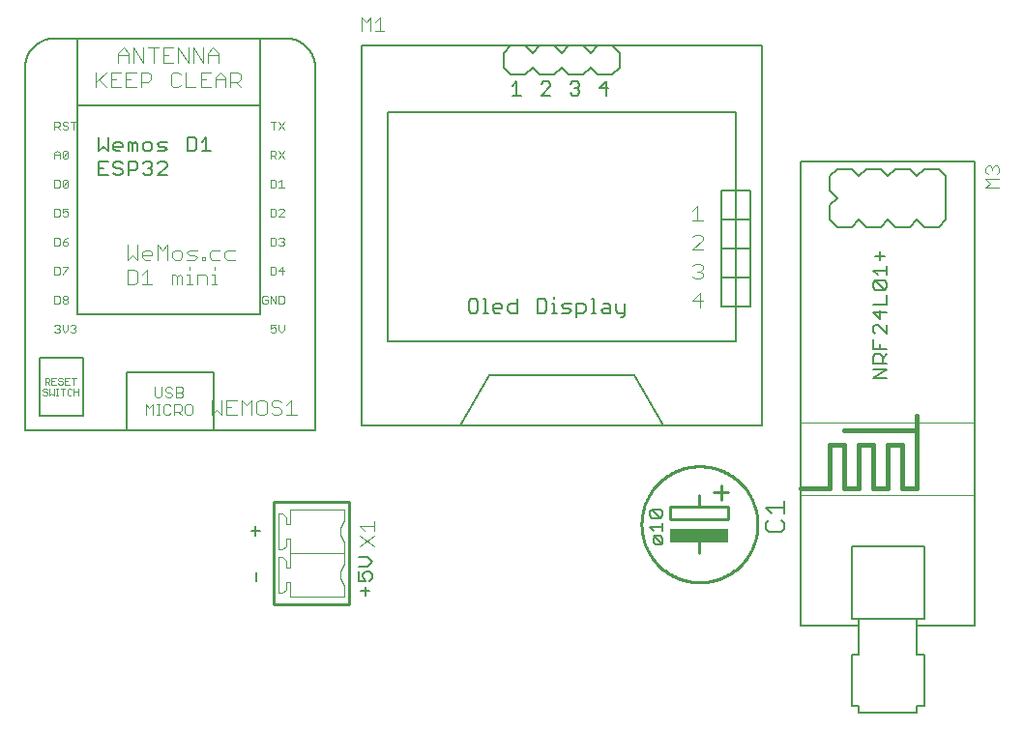
<source format=gto>
G75*
%MOIN*%
%OFA0B0*%
%FSLAX25Y25*%
%IPPOS*%
%LPD*%
%AMOC8*
5,1,8,0,0,1.08239X$1,22.5*
%
%ADD10C,0.00800*%
%ADD11C,0.01575*%
%ADD12C,0.00394*%
%ADD13C,0.00400*%
%ADD14C,0.00500*%
%ADD15C,0.00200*%
%ADD16C,0.00300*%
%ADD17C,0.01000*%
%ADD18C,0.00984*%
%ADD19C,0.00700*%
%ADD20C,0.00600*%
%ADD21R,0.20000X0.05000*%
%ADD22C,0.00983*%
D10*
X0126529Y0046650D02*
X0126529Y0049794D01*
X0126259Y0062436D02*
X0126259Y0065580D01*
X0124687Y0064008D02*
X0127831Y0064008D01*
X0161672Y0054944D02*
X0164815Y0054944D01*
X0166387Y0053372D01*
X0164815Y0051800D01*
X0161672Y0051800D01*
X0161672Y0049869D02*
X0161672Y0046725D01*
X0164029Y0046725D01*
X0163244Y0048297D01*
X0163244Y0049083D01*
X0164029Y0049869D01*
X0165601Y0049869D01*
X0166387Y0049083D01*
X0166387Y0047511D01*
X0165601Y0046725D01*
X0164029Y0044794D02*
X0164029Y0041650D01*
X0162458Y0043222D02*
X0165601Y0043222D01*
X0111787Y0098750D02*
X0081787Y0098750D01*
X0081787Y0118750D01*
X0111787Y0118750D01*
X0111787Y0098750D01*
X0066787Y0103750D02*
X0066787Y0123750D01*
X0051787Y0123750D01*
X0051787Y0103750D01*
X0066787Y0103750D01*
X0199687Y0139936D02*
X0200473Y0139150D01*
X0202045Y0139150D01*
X0202831Y0139936D01*
X0202831Y0143080D01*
X0202045Y0143866D01*
X0200473Y0143866D01*
X0199687Y0143080D01*
X0199687Y0139936D01*
X0204763Y0139150D02*
X0206335Y0139150D01*
X0205549Y0139150D02*
X0205549Y0143866D01*
X0204763Y0143866D01*
X0208146Y0141508D02*
X0208932Y0142294D01*
X0210504Y0142294D01*
X0211290Y0141508D01*
X0211290Y0140722D01*
X0208146Y0140722D01*
X0208146Y0139936D02*
X0208146Y0141508D01*
X0208146Y0139936D02*
X0208932Y0139150D01*
X0210504Y0139150D01*
X0213221Y0139936D02*
X0213221Y0141508D01*
X0214007Y0142294D01*
X0216365Y0142294D01*
X0216365Y0143866D02*
X0216365Y0139150D01*
X0214007Y0139150D01*
X0213221Y0139936D01*
X0223372Y0139150D02*
X0225730Y0139150D01*
X0226516Y0139936D01*
X0226516Y0143080D01*
X0225730Y0143866D01*
X0223372Y0143866D01*
X0223372Y0139150D01*
X0228447Y0139150D02*
X0230019Y0139150D01*
X0229233Y0139150D02*
X0229233Y0142294D01*
X0228447Y0142294D01*
X0229233Y0143866D02*
X0229233Y0144652D01*
X0231830Y0141508D02*
X0232616Y0142294D01*
X0234974Y0142294D01*
X0234188Y0140722D02*
X0232616Y0140722D01*
X0231830Y0141508D01*
X0231830Y0139150D02*
X0234188Y0139150D01*
X0234974Y0139936D01*
X0234188Y0140722D01*
X0236906Y0142294D02*
X0236906Y0137578D01*
X0236906Y0139150D02*
X0239263Y0139150D01*
X0240049Y0139936D01*
X0240049Y0141508D01*
X0239263Y0142294D01*
X0236906Y0142294D01*
X0241981Y0143866D02*
X0242767Y0143866D01*
X0242767Y0139150D01*
X0241981Y0139150D02*
X0243553Y0139150D01*
X0245364Y0139936D02*
X0246150Y0140722D01*
X0248508Y0140722D01*
X0248508Y0141508D02*
X0248508Y0139150D01*
X0246150Y0139150D01*
X0245364Y0139936D01*
X0246150Y0142294D02*
X0247722Y0142294D01*
X0248508Y0141508D01*
X0250439Y0142294D02*
X0250439Y0139936D01*
X0251225Y0139150D01*
X0253583Y0139150D01*
X0253583Y0138364D02*
X0252797Y0137578D01*
X0252011Y0137578D01*
X0253583Y0138364D02*
X0253583Y0142294D01*
X0286787Y0141250D02*
X0286787Y0151250D01*
X0296787Y0151250D01*
X0296787Y0141250D01*
X0286787Y0141250D01*
X0286787Y0151250D02*
X0286787Y0161250D01*
X0296787Y0161250D01*
X0296787Y0151250D01*
X0286787Y0151250D01*
X0286787Y0161250D02*
X0286787Y0171250D01*
X0296787Y0171250D01*
X0296787Y0161250D01*
X0286787Y0161250D01*
X0286787Y0171250D02*
X0286787Y0181250D01*
X0296787Y0181250D01*
X0296787Y0171250D01*
X0286787Y0171250D01*
X0339958Y0158824D02*
X0343101Y0158824D01*
X0341529Y0160395D02*
X0341529Y0157252D01*
X0343887Y0155320D02*
X0343887Y0152176D01*
X0343887Y0153748D02*
X0339172Y0153748D01*
X0340744Y0152176D01*
X0339958Y0150245D02*
X0343101Y0147101D01*
X0343887Y0147887D01*
X0343887Y0149459D01*
X0343101Y0150245D01*
X0339958Y0150245D01*
X0339172Y0149459D01*
X0339172Y0147887D01*
X0339958Y0147101D01*
X0343101Y0147101D01*
X0343887Y0145170D02*
X0343887Y0142026D01*
X0339172Y0142026D01*
X0339172Y0139309D02*
X0341529Y0136951D01*
X0341529Y0140095D01*
X0339172Y0139309D02*
X0343887Y0139309D01*
X0343887Y0135019D02*
X0343887Y0131876D01*
X0340744Y0135019D01*
X0339958Y0135019D01*
X0339172Y0134234D01*
X0339172Y0132662D01*
X0339958Y0131876D01*
X0339172Y0129944D02*
X0339172Y0126800D01*
X0343887Y0126800D01*
X0343887Y0124869D02*
X0342315Y0123297D01*
X0342315Y0124083D02*
X0342315Y0121725D01*
X0343887Y0121725D02*
X0339172Y0121725D01*
X0339172Y0124083D01*
X0339958Y0124869D01*
X0341529Y0124869D01*
X0342315Y0124083D01*
X0341529Y0126800D02*
X0341529Y0128372D01*
X0339172Y0119794D02*
X0343887Y0119794D01*
X0339172Y0116650D01*
X0343887Y0116650D01*
X0247045Y0214150D02*
X0247045Y0218866D01*
X0244687Y0216508D01*
X0247831Y0216508D01*
X0237831Y0217294D02*
X0237045Y0216508D01*
X0237831Y0215722D01*
X0237831Y0214936D01*
X0237045Y0214150D01*
X0235473Y0214150D01*
X0234687Y0214936D01*
X0236259Y0216508D02*
X0237045Y0216508D01*
X0237831Y0217294D02*
X0237831Y0218080D01*
X0237045Y0218866D01*
X0235473Y0218866D01*
X0234687Y0218080D01*
X0227831Y0218080D02*
X0227045Y0218866D01*
X0225473Y0218866D01*
X0224687Y0218080D01*
X0227831Y0218080D02*
X0227831Y0217294D01*
X0224687Y0214150D01*
X0227831Y0214150D01*
X0217831Y0214150D02*
X0214687Y0214150D01*
X0216259Y0214150D02*
X0216259Y0218866D01*
X0214687Y0217294D01*
X0110858Y0194918D02*
X0107714Y0194918D01*
X0109286Y0194918D02*
X0109286Y0199634D01*
X0107714Y0198062D01*
X0105782Y0198848D02*
X0105782Y0195704D01*
X0104996Y0194918D01*
X0102639Y0194918D01*
X0102639Y0199634D01*
X0104996Y0199634D01*
X0105782Y0198848D01*
X0095632Y0198062D02*
X0093274Y0198062D01*
X0092488Y0197276D01*
X0093274Y0196490D01*
X0094846Y0196490D01*
X0095632Y0195704D01*
X0094846Y0194918D01*
X0092488Y0194918D01*
X0090557Y0195704D02*
X0090557Y0197276D01*
X0089771Y0198062D01*
X0088199Y0198062D01*
X0087413Y0197276D01*
X0087413Y0195704D01*
X0088199Y0194918D01*
X0089771Y0194918D01*
X0090557Y0195704D01*
X0089771Y0191366D02*
X0090557Y0190580D01*
X0090557Y0189794D01*
X0089771Y0189008D01*
X0090557Y0188222D01*
X0090557Y0187436D01*
X0089771Y0186650D01*
X0088199Y0186650D01*
X0087413Y0187436D01*
X0088985Y0189008D02*
X0089771Y0189008D01*
X0089771Y0191366D02*
X0088199Y0191366D01*
X0087413Y0190580D01*
X0085482Y0190580D02*
X0084696Y0191366D01*
X0082338Y0191366D01*
X0082338Y0186650D01*
X0082338Y0188222D02*
X0084696Y0188222D01*
X0085482Y0189008D01*
X0085482Y0190580D01*
X0080406Y0190580D02*
X0079621Y0191366D01*
X0078049Y0191366D01*
X0077263Y0190580D01*
X0077263Y0189794D01*
X0078049Y0189008D01*
X0079621Y0189008D01*
X0080406Y0188222D01*
X0080406Y0187436D01*
X0079621Y0186650D01*
X0078049Y0186650D01*
X0077263Y0187436D01*
X0075331Y0186650D02*
X0072187Y0186650D01*
X0072187Y0191366D01*
X0075331Y0191366D01*
X0073759Y0189008D02*
X0072187Y0189008D01*
X0072187Y0194918D02*
X0073759Y0196490D01*
X0075331Y0194918D01*
X0075331Y0199634D01*
X0077263Y0197276D02*
X0078049Y0198062D01*
X0079621Y0198062D01*
X0080406Y0197276D01*
X0080406Y0196490D01*
X0077263Y0196490D01*
X0077263Y0195704D02*
X0077263Y0197276D01*
X0077263Y0195704D02*
X0078049Y0194918D01*
X0079621Y0194918D01*
X0082338Y0194918D02*
X0082338Y0198062D01*
X0083124Y0198062D01*
X0083910Y0197276D01*
X0084696Y0198062D01*
X0085482Y0197276D01*
X0085482Y0194918D01*
X0083910Y0194918D02*
X0083910Y0197276D01*
X0092488Y0190580D02*
X0093274Y0191366D01*
X0094846Y0191366D01*
X0095632Y0190580D01*
X0095632Y0189794D01*
X0092488Y0186650D01*
X0095632Y0186650D01*
X0072187Y0194918D02*
X0072187Y0199634D01*
D11*
X0314287Y0078750D02*
X0324287Y0078750D01*
X0324287Y0093750D01*
X0329287Y0093750D01*
X0329287Y0078750D01*
X0334287Y0078750D01*
X0334287Y0093750D01*
X0339287Y0093750D01*
X0339287Y0078750D01*
X0344287Y0078750D01*
X0344287Y0093750D01*
X0349287Y0093750D01*
X0349287Y0078750D01*
X0354287Y0078750D01*
X0354287Y0098750D01*
X0329287Y0098750D01*
X0354287Y0098750D02*
X0354287Y0103750D01*
D12*
X0374287Y0101250D02*
X0314287Y0101250D01*
X0314287Y0076250D02*
X0374287Y0076250D01*
X0156787Y0071250D02*
X0156787Y0067500D01*
X0155537Y0065000D01*
X0155537Y0062500D01*
X0156787Y0060000D01*
X0156787Y0056250D01*
X0156787Y0052500D01*
X0155537Y0050000D01*
X0155537Y0047500D01*
X0156787Y0045000D01*
X0156787Y0041250D01*
X0138037Y0041250D01*
X0138037Y0046250D01*
X0136787Y0046250D01*
X0136787Y0043750D01*
X0135537Y0042500D01*
X0134287Y0042500D01*
X0134287Y0055000D01*
X0135537Y0055000D01*
X0136787Y0053750D01*
X0136787Y0051250D01*
X0138037Y0051250D01*
X0138037Y0056250D01*
X0138037Y0061250D01*
X0136787Y0061250D01*
X0136787Y0058750D01*
X0135537Y0057500D01*
X0134287Y0057500D01*
X0134287Y0070000D01*
X0135537Y0070000D01*
X0136787Y0068750D01*
X0136787Y0066250D01*
X0138037Y0066250D01*
X0138037Y0071250D01*
X0156787Y0071250D01*
X0156787Y0056250D02*
X0138037Y0056250D01*
D13*
X0161983Y0058800D02*
X0167099Y0062210D01*
X0167099Y0063875D02*
X0167099Y0067286D01*
X0167099Y0065580D02*
X0161983Y0065580D01*
X0163688Y0063875D01*
X0161983Y0062210D02*
X0167099Y0058800D01*
X0140301Y0103950D02*
X0136831Y0103950D01*
X0138566Y0103950D02*
X0138566Y0109154D01*
X0136831Y0107420D01*
X0135144Y0108287D02*
X0134277Y0109154D01*
X0132542Y0109154D01*
X0131675Y0108287D01*
X0131675Y0107420D01*
X0132542Y0106552D01*
X0134277Y0106552D01*
X0135144Y0105685D01*
X0135144Y0104817D01*
X0134277Y0103950D01*
X0132542Y0103950D01*
X0131675Y0104817D01*
X0129988Y0104817D02*
X0129988Y0108287D01*
X0129120Y0109154D01*
X0127386Y0109154D01*
X0126518Y0108287D01*
X0126518Y0104817D01*
X0127386Y0103950D01*
X0129120Y0103950D01*
X0129988Y0104817D01*
X0124831Y0103950D02*
X0124831Y0109154D01*
X0123097Y0107420D01*
X0121362Y0109154D01*
X0121362Y0103950D01*
X0119675Y0103950D02*
X0116205Y0103950D01*
X0116205Y0109154D01*
X0119675Y0109154D01*
X0114519Y0109154D02*
X0114519Y0103950D01*
X0112784Y0105685D01*
X0111049Y0103950D01*
X0111049Y0109154D01*
X0116205Y0106552D02*
X0117940Y0106552D01*
X0112942Y0148950D02*
X0111207Y0148950D01*
X0112074Y0148950D02*
X0112074Y0152420D01*
X0111207Y0152420D01*
X0109520Y0151552D02*
X0109520Y0148950D01*
X0109520Y0151552D02*
X0108653Y0152420D01*
X0106051Y0152420D01*
X0106051Y0148950D01*
X0104348Y0148950D02*
X0102613Y0148950D01*
X0103480Y0148950D02*
X0103480Y0152420D01*
X0102613Y0152420D01*
X0100926Y0151552D02*
X0100926Y0148950D01*
X0099191Y0148950D02*
X0099191Y0151552D01*
X0100059Y0152420D01*
X0100926Y0151552D01*
X0099191Y0151552D02*
X0098324Y0152420D01*
X0097457Y0152420D01*
X0097457Y0148950D01*
X0090613Y0148950D02*
X0087144Y0148950D01*
X0088879Y0148950D02*
X0088879Y0154154D01*
X0087144Y0152420D01*
X0085457Y0153287D02*
X0085457Y0149817D01*
X0084590Y0148950D01*
X0081987Y0148950D01*
X0081987Y0154154D01*
X0084590Y0154154D01*
X0085457Y0153287D01*
X0085457Y0157350D02*
X0085457Y0162554D01*
X0088011Y0160820D02*
X0089746Y0160820D01*
X0090613Y0159952D01*
X0090613Y0159085D01*
X0087144Y0159085D01*
X0087144Y0159952D02*
X0088011Y0160820D01*
X0087144Y0159952D02*
X0087144Y0158217D01*
X0088011Y0157350D01*
X0089746Y0157350D01*
X0092300Y0157350D02*
X0092300Y0162554D01*
X0094035Y0160820D01*
X0095770Y0162554D01*
X0095770Y0157350D01*
X0097457Y0158217D02*
X0098324Y0157350D01*
X0100059Y0157350D01*
X0100926Y0158217D01*
X0100926Y0159952D01*
X0100059Y0160820D01*
X0098324Y0160820D01*
X0097457Y0159952D01*
X0097457Y0158217D01*
X0102613Y0157350D02*
X0105215Y0157350D01*
X0106083Y0158217D01*
X0105215Y0159085D01*
X0103480Y0159085D01*
X0102613Y0159952D01*
X0103480Y0160820D01*
X0106083Y0160820D01*
X0107769Y0158217D02*
X0108637Y0158217D01*
X0108637Y0157350D01*
X0107769Y0157350D01*
X0107769Y0158217D01*
X0110348Y0158217D02*
X0111215Y0157350D01*
X0113817Y0157350D01*
X0115504Y0158217D02*
X0116371Y0157350D01*
X0118974Y0157350D01*
X0118974Y0160820D02*
X0116371Y0160820D01*
X0115504Y0159952D01*
X0115504Y0158217D01*
X0113817Y0160820D02*
X0111215Y0160820D01*
X0110348Y0159952D01*
X0110348Y0158217D01*
X0112074Y0155022D02*
X0112074Y0154154D01*
X0103480Y0154154D02*
X0103480Y0155022D01*
X0085457Y0157350D02*
X0083722Y0159085D01*
X0081987Y0157350D01*
X0081987Y0162554D01*
X0081518Y0216950D02*
X0084988Y0216950D01*
X0086675Y0216950D02*
X0086675Y0222154D01*
X0089277Y0222154D01*
X0090144Y0221287D01*
X0090144Y0219552D01*
X0089277Y0218685D01*
X0086675Y0218685D01*
X0083253Y0219552D02*
X0081518Y0219552D01*
X0081518Y0222154D02*
X0081518Y0216950D01*
X0079831Y0216950D02*
X0076362Y0216950D01*
X0076362Y0222154D01*
X0079831Y0222154D01*
X0081518Y0222154D02*
X0084988Y0222154D01*
X0084096Y0225350D02*
X0084096Y0230554D01*
X0087566Y0225350D01*
X0087566Y0230554D01*
X0089253Y0230554D02*
X0092722Y0230554D01*
X0094409Y0230554D02*
X0094409Y0225350D01*
X0097879Y0225350D01*
X0099566Y0225350D02*
X0099566Y0230554D01*
X0103035Y0225350D01*
X0103035Y0230554D01*
X0104722Y0230554D02*
X0108192Y0225350D01*
X0108192Y0230554D01*
X0109878Y0228820D02*
X0111613Y0230554D01*
X0113348Y0228820D01*
X0113348Y0225350D01*
X0113348Y0227952D02*
X0109878Y0227952D01*
X0109878Y0228820D02*
X0109878Y0225350D01*
X0110770Y0222154D02*
X0107300Y0222154D01*
X0107300Y0216950D01*
X0110770Y0216950D01*
X0112457Y0216950D02*
X0112457Y0220420D01*
X0114191Y0222154D01*
X0115926Y0220420D01*
X0115926Y0216950D01*
X0117613Y0216950D02*
X0117613Y0222154D01*
X0120215Y0222154D01*
X0121083Y0221287D01*
X0121083Y0219552D01*
X0120215Y0218685D01*
X0117613Y0218685D01*
X0119348Y0218685D02*
X0121083Y0216950D01*
X0115926Y0219552D02*
X0112457Y0219552D01*
X0109035Y0219552D02*
X0107300Y0219552D01*
X0105613Y0216950D02*
X0102144Y0216950D01*
X0102144Y0222154D01*
X0100457Y0221287D02*
X0099590Y0222154D01*
X0097855Y0222154D01*
X0096987Y0221287D01*
X0096987Y0217817D01*
X0097855Y0216950D01*
X0099590Y0216950D01*
X0100457Y0217817D01*
X0104722Y0225350D02*
X0104722Y0230554D01*
X0097879Y0230554D02*
X0094409Y0230554D01*
X0094409Y0227952D02*
X0096144Y0227952D01*
X0090988Y0225350D02*
X0090988Y0230554D01*
X0082410Y0228820D02*
X0082410Y0225350D01*
X0082410Y0227952D02*
X0078940Y0227952D01*
X0078940Y0228820D02*
X0078940Y0225350D01*
X0074675Y0222154D02*
X0071205Y0218685D01*
X0072073Y0219552D02*
X0074675Y0216950D01*
X0076362Y0219552D02*
X0078097Y0219552D01*
X0071205Y0222154D02*
X0071205Y0216950D01*
X0078940Y0228820D02*
X0080675Y0230554D01*
X0082410Y0228820D01*
X0162889Y0236270D02*
X0162889Y0240874D01*
X0164424Y0239339D01*
X0165958Y0240874D01*
X0165958Y0236270D01*
X0167493Y0236270D02*
X0170562Y0236270D01*
X0169027Y0236270D02*
X0169027Y0240874D01*
X0167493Y0239339D01*
X0276831Y0174320D02*
X0278566Y0176054D01*
X0278566Y0170850D01*
X0276831Y0170850D02*
X0280301Y0170850D01*
X0279433Y0166054D02*
X0277698Y0166054D01*
X0276831Y0165187D01*
X0279433Y0166054D02*
X0280301Y0165187D01*
X0280301Y0164320D01*
X0276831Y0160850D01*
X0280301Y0160850D01*
X0279433Y0156054D02*
X0280301Y0155187D01*
X0280301Y0154320D01*
X0279433Y0153452D01*
X0280301Y0152585D01*
X0280301Y0151717D01*
X0279433Y0150850D01*
X0277698Y0150850D01*
X0276831Y0151717D01*
X0278566Y0153452D02*
X0279433Y0153452D01*
X0279433Y0156054D02*
X0277698Y0156054D01*
X0276831Y0155187D01*
X0279433Y0146054D02*
X0276831Y0143452D01*
X0280301Y0143452D01*
X0279433Y0140850D02*
X0279433Y0146054D01*
X0377909Y0182242D02*
X0379443Y0183777D01*
X0377909Y0185311D01*
X0382513Y0185311D01*
X0381745Y0186846D02*
X0382513Y0187613D01*
X0382513Y0189148D01*
X0381745Y0189915D01*
X0380978Y0189915D01*
X0380211Y0189148D01*
X0380211Y0188381D01*
X0380211Y0189148D02*
X0379443Y0189915D01*
X0378676Y0189915D01*
X0377909Y0189148D01*
X0377909Y0187613D01*
X0378676Y0186846D01*
X0377909Y0182242D02*
X0382513Y0182242D01*
D14*
X0374287Y0191250D02*
X0314287Y0191250D01*
X0314287Y0031250D01*
X0334287Y0031250D01*
X0334287Y0021250D01*
X0331787Y0021250D01*
X0331787Y0003750D01*
X0334287Y0003750D01*
X0334287Y0001250D01*
X0354287Y0001250D01*
X0354287Y0003750D01*
X0356787Y0003750D01*
X0356787Y0021250D01*
X0354287Y0021250D01*
X0354287Y0031250D01*
X0374287Y0031250D01*
X0374287Y0191250D01*
X0364287Y0186250D02*
X0364287Y0171250D01*
X0361787Y0168750D01*
X0356787Y0168750D01*
X0354287Y0171250D01*
X0351787Y0168750D01*
X0346787Y0168750D01*
X0344287Y0171250D01*
X0341787Y0168750D01*
X0336787Y0168750D01*
X0334287Y0171250D01*
X0331787Y0168750D01*
X0326787Y0168750D01*
X0324287Y0171250D01*
X0324287Y0176250D01*
X0326787Y0178750D01*
X0324287Y0181250D01*
X0324287Y0186250D01*
X0326787Y0188750D01*
X0331787Y0188750D01*
X0334287Y0186250D01*
X0336787Y0188750D01*
X0341787Y0188750D01*
X0344287Y0186250D01*
X0346787Y0188750D01*
X0351787Y0188750D01*
X0354287Y0186250D01*
X0356787Y0188750D01*
X0361787Y0188750D01*
X0364287Y0186250D01*
X0291787Y0208250D02*
X0291787Y0129250D01*
X0171787Y0129250D01*
X0171787Y0208250D01*
X0291787Y0208250D01*
X0300787Y0231250D02*
X0300787Y0100187D01*
X0266787Y0100187D01*
X0256787Y0117687D01*
X0206787Y0117687D01*
X0196787Y0100187D01*
X0162787Y0100187D01*
X0162787Y0231250D01*
X0300787Y0231250D01*
X0251787Y0228750D02*
X0251787Y0223750D01*
X0249287Y0221250D01*
X0244287Y0221250D01*
X0241787Y0223750D01*
X0239287Y0221250D01*
X0234287Y0221250D01*
X0231787Y0223750D01*
X0229287Y0221250D01*
X0224287Y0221250D01*
X0221787Y0223750D01*
X0219287Y0221250D01*
X0214287Y0221250D01*
X0211787Y0223750D01*
X0211787Y0228750D01*
X0214287Y0231250D01*
X0219287Y0231250D02*
X0221787Y0228750D01*
X0224287Y0231250D01*
X0229287Y0231250D02*
X0231787Y0228750D01*
X0234287Y0231250D01*
X0239287Y0231250D02*
X0241787Y0228750D01*
X0244287Y0231250D01*
X0249287Y0231250D02*
X0251787Y0228750D01*
X0146787Y0223750D02*
X0146787Y0098750D01*
X0046787Y0098750D01*
X0046787Y0223750D01*
X0046790Y0223992D01*
X0046799Y0224233D01*
X0046813Y0224474D01*
X0046834Y0224715D01*
X0046860Y0224955D01*
X0046892Y0225195D01*
X0046930Y0225434D01*
X0046973Y0225671D01*
X0047023Y0225908D01*
X0047078Y0226143D01*
X0047138Y0226377D01*
X0047205Y0226609D01*
X0047276Y0226840D01*
X0047354Y0227069D01*
X0047437Y0227296D01*
X0047525Y0227521D01*
X0047619Y0227744D01*
X0047718Y0227964D01*
X0047823Y0228182D01*
X0047932Y0228397D01*
X0048047Y0228610D01*
X0048167Y0228820D01*
X0048292Y0229026D01*
X0048422Y0229230D01*
X0048557Y0229431D01*
X0048697Y0229628D01*
X0048841Y0229822D01*
X0048990Y0230012D01*
X0049144Y0230198D01*
X0049302Y0230381D01*
X0049464Y0230560D01*
X0049631Y0230735D01*
X0049802Y0230906D01*
X0049977Y0231073D01*
X0050156Y0231235D01*
X0050339Y0231393D01*
X0050525Y0231547D01*
X0050715Y0231696D01*
X0050909Y0231840D01*
X0051106Y0231980D01*
X0051307Y0232115D01*
X0051511Y0232245D01*
X0051717Y0232370D01*
X0051927Y0232490D01*
X0052140Y0232605D01*
X0052355Y0232714D01*
X0052573Y0232819D01*
X0052793Y0232918D01*
X0053016Y0233012D01*
X0053241Y0233100D01*
X0053468Y0233183D01*
X0053697Y0233261D01*
X0053928Y0233332D01*
X0054160Y0233399D01*
X0054394Y0233459D01*
X0054629Y0233514D01*
X0054866Y0233564D01*
X0055103Y0233607D01*
X0055342Y0233645D01*
X0055582Y0233677D01*
X0055822Y0233703D01*
X0056063Y0233724D01*
X0056304Y0233738D01*
X0056545Y0233747D01*
X0056787Y0233750D01*
X0136787Y0233750D01*
X0127890Y0233656D02*
X0064898Y0233656D01*
X0064898Y0210821D01*
X0127890Y0210821D01*
X0127890Y0233656D01*
X0136787Y0233750D02*
X0137029Y0233747D01*
X0137270Y0233738D01*
X0137511Y0233724D01*
X0137752Y0233703D01*
X0137992Y0233677D01*
X0138232Y0233645D01*
X0138471Y0233607D01*
X0138708Y0233564D01*
X0138945Y0233514D01*
X0139180Y0233459D01*
X0139414Y0233399D01*
X0139646Y0233332D01*
X0139877Y0233261D01*
X0140106Y0233183D01*
X0140333Y0233100D01*
X0140558Y0233012D01*
X0140781Y0232918D01*
X0141001Y0232819D01*
X0141219Y0232714D01*
X0141434Y0232605D01*
X0141647Y0232490D01*
X0141857Y0232370D01*
X0142063Y0232245D01*
X0142267Y0232115D01*
X0142468Y0231980D01*
X0142665Y0231840D01*
X0142859Y0231696D01*
X0143049Y0231547D01*
X0143235Y0231393D01*
X0143418Y0231235D01*
X0143597Y0231073D01*
X0143772Y0230906D01*
X0143943Y0230735D01*
X0144110Y0230560D01*
X0144272Y0230381D01*
X0144430Y0230198D01*
X0144584Y0230012D01*
X0144733Y0229822D01*
X0144877Y0229628D01*
X0145017Y0229431D01*
X0145152Y0229230D01*
X0145282Y0229026D01*
X0145407Y0228820D01*
X0145527Y0228610D01*
X0145642Y0228397D01*
X0145751Y0228182D01*
X0145856Y0227964D01*
X0145955Y0227744D01*
X0146049Y0227521D01*
X0146137Y0227296D01*
X0146220Y0227069D01*
X0146298Y0226840D01*
X0146369Y0226609D01*
X0146436Y0226377D01*
X0146496Y0226143D01*
X0146551Y0225908D01*
X0146601Y0225671D01*
X0146644Y0225434D01*
X0146682Y0225195D01*
X0146714Y0224955D01*
X0146740Y0224715D01*
X0146761Y0224474D01*
X0146775Y0224233D01*
X0146784Y0223992D01*
X0146787Y0223750D01*
X0127887Y0210850D02*
X0127887Y0138750D01*
X0127787Y0138750D02*
X0064887Y0138750D01*
X0064887Y0210850D01*
X0127787Y0210850D02*
X0127887Y0210850D01*
X0196787Y0100187D02*
X0266787Y0100187D01*
X0331787Y0058750D02*
X0356787Y0058750D01*
X0356787Y0033750D01*
X0354287Y0033750D01*
X0354287Y0031250D01*
X0354287Y0033750D02*
X0334287Y0033750D01*
X0334287Y0031250D01*
X0334287Y0033750D02*
X0331787Y0033750D01*
X0331787Y0058750D01*
D15*
X0135993Y0133284D02*
X0135993Y0135152D01*
X0135993Y0133284D02*
X0135059Y0132350D01*
X0134125Y0133284D01*
X0134125Y0135152D01*
X0133231Y0135152D02*
X0131363Y0135152D01*
X0131363Y0133751D01*
X0132297Y0134218D01*
X0132764Y0134218D01*
X0133231Y0133751D01*
X0133231Y0132817D01*
X0132764Y0132350D01*
X0131830Y0132350D01*
X0131363Y0132817D01*
X0131363Y0142350D02*
X0131363Y0145152D01*
X0133231Y0142350D01*
X0133231Y0145152D01*
X0134125Y0145152D02*
X0135526Y0145152D01*
X0135993Y0144685D01*
X0135993Y0142817D01*
X0135526Y0142350D01*
X0134125Y0142350D01*
X0134125Y0145152D01*
X0130469Y0144685D02*
X0130002Y0145152D01*
X0129067Y0145152D01*
X0128600Y0144685D01*
X0128600Y0142817D01*
X0129067Y0142350D01*
X0130002Y0142350D01*
X0130469Y0142817D01*
X0130469Y0143751D01*
X0129534Y0143751D01*
X0131363Y0152350D02*
X0132764Y0152350D01*
X0133231Y0152817D01*
X0133231Y0154685D01*
X0132764Y0155152D01*
X0131363Y0155152D01*
X0131363Y0152350D01*
X0134125Y0153751D02*
X0135526Y0155152D01*
X0135526Y0152350D01*
X0135993Y0153751D02*
X0134125Y0153751D01*
X0134592Y0162350D02*
X0134125Y0162817D01*
X0134592Y0162350D02*
X0135526Y0162350D01*
X0135993Y0162817D01*
X0135993Y0163284D01*
X0135526Y0163751D01*
X0135059Y0163751D01*
X0135526Y0163751D02*
X0135993Y0164218D01*
X0135993Y0164685D01*
X0135526Y0165152D01*
X0134592Y0165152D01*
X0134125Y0164685D01*
X0133231Y0164685D02*
X0132764Y0165152D01*
X0131363Y0165152D01*
X0131363Y0162350D01*
X0132764Y0162350D01*
X0133231Y0162817D01*
X0133231Y0164685D01*
X0132764Y0172350D02*
X0131363Y0172350D01*
X0131363Y0175152D01*
X0132764Y0175152D01*
X0133231Y0174685D01*
X0133231Y0172817D01*
X0132764Y0172350D01*
X0134125Y0172350D02*
X0135993Y0174218D01*
X0135993Y0174685D01*
X0135526Y0175152D01*
X0134592Y0175152D01*
X0134125Y0174685D01*
X0134125Y0172350D02*
X0135993Y0172350D01*
X0135993Y0182350D02*
X0134125Y0182350D01*
X0135059Y0182350D02*
X0135059Y0185152D01*
X0134125Y0184218D01*
X0133231Y0184685D02*
X0132764Y0185152D01*
X0131363Y0185152D01*
X0131363Y0182350D01*
X0132764Y0182350D01*
X0133231Y0182817D01*
X0133231Y0184685D01*
X0133231Y0192350D02*
X0132297Y0193284D01*
X0132764Y0193284D02*
X0131363Y0193284D01*
X0131363Y0192350D02*
X0131363Y0195152D01*
X0132764Y0195152D01*
X0133231Y0194685D01*
X0133231Y0193751D01*
X0132764Y0193284D01*
X0134125Y0192350D02*
X0135993Y0195152D01*
X0134125Y0195152D02*
X0135993Y0192350D01*
X0135993Y0202350D02*
X0134125Y0205152D01*
X0133231Y0205152D02*
X0131363Y0205152D01*
X0132297Y0205152D02*
X0132297Y0202350D01*
X0134125Y0202350D02*
X0135993Y0205152D01*
X0064280Y0205152D02*
X0062412Y0205152D01*
X0063346Y0205152D02*
X0063346Y0202350D01*
X0061518Y0202817D02*
X0061051Y0202350D01*
X0060117Y0202350D01*
X0059650Y0202817D01*
X0058756Y0202350D02*
X0057822Y0203284D01*
X0058289Y0203284D02*
X0056887Y0203284D01*
X0056887Y0202350D02*
X0056887Y0205152D01*
X0058289Y0205152D01*
X0058756Y0204685D01*
X0058756Y0203751D01*
X0058289Y0203284D01*
X0059650Y0204218D02*
X0060117Y0203751D01*
X0061051Y0203751D01*
X0061518Y0203284D01*
X0061518Y0202817D01*
X0061518Y0204685D02*
X0061051Y0205152D01*
X0060117Y0205152D01*
X0059650Y0204685D01*
X0059650Y0204218D01*
X0060117Y0195152D02*
X0061051Y0195152D01*
X0061518Y0194685D01*
X0059650Y0192817D01*
X0060117Y0192350D01*
X0061051Y0192350D01*
X0061518Y0192817D01*
X0061518Y0194685D01*
X0060117Y0195152D02*
X0059650Y0194685D01*
X0059650Y0192817D01*
X0058756Y0192350D02*
X0058756Y0194218D01*
X0057822Y0195152D01*
X0056887Y0194218D01*
X0056887Y0192350D01*
X0056887Y0193751D02*
X0058756Y0193751D01*
X0058289Y0185152D02*
X0056887Y0185152D01*
X0056887Y0182350D01*
X0058289Y0182350D01*
X0058756Y0182817D01*
X0058756Y0184685D01*
X0058289Y0185152D01*
X0059650Y0184685D02*
X0060117Y0185152D01*
X0061051Y0185152D01*
X0061518Y0184685D01*
X0059650Y0182817D01*
X0060117Y0182350D01*
X0061051Y0182350D01*
X0061518Y0182817D01*
X0061518Y0184685D01*
X0059650Y0184685D02*
X0059650Y0182817D01*
X0059650Y0175152D02*
X0059650Y0173751D01*
X0060584Y0174218D01*
X0061051Y0174218D01*
X0061518Y0173751D01*
X0061518Y0172817D01*
X0061051Y0172350D01*
X0060117Y0172350D01*
X0059650Y0172817D01*
X0058756Y0172817D02*
X0058756Y0174685D01*
X0058289Y0175152D01*
X0056887Y0175152D01*
X0056887Y0172350D01*
X0058289Y0172350D01*
X0058756Y0172817D01*
X0059650Y0175152D02*
X0061518Y0175152D01*
X0061518Y0165152D02*
X0060584Y0164685D01*
X0059650Y0163751D01*
X0061051Y0163751D01*
X0061518Y0163284D01*
X0061518Y0162817D01*
X0061051Y0162350D01*
X0060117Y0162350D01*
X0059650Y0162817D01*
X0059650Y0163751D01*
X0058756Y0162817D02*
X0058756Y0164685D01*
X0058289Y0165152D01*
X0056887Y0165152D01*
X0056887Y0162350D01*
X0058289Y0162350D01*
X0058756Y0162817D01*
X0058289Y0155152D02*
X0056887Y0155152D01*
X0056887Y0152350D01*
X0058289Y0152350D01*
X0058756Y0152817D01*
X0058756Y0154685D01*
X0058289Y0155152D01*
X0059650Y0155152D02*
X0061518Y0155152D01*
X0061518Y0154685D01*
X0059650Y0152817D01*
X0059650Y0152350D01*
X0060117Y0145152D02*
X0061051Y0145152D01*
X0061518Y0144685D01*
X0061518Y0144218D01*
X0061051Y0143751D01*
X0060117Y0143751D01*
X0059650Y0144218D01*
X0059650Y0144685D01*
X0060117Y0145152D01*
X0060117Y0143751D02*
X0059650Y0143284D01*
X0059650Y0142817D01*
X0060117Y0142350D01*
X0061051Y0142350D01*
X0061518Y0142817D01*
X0061518Y0143284D01*
X0061051Y0143751D01*
X0058756Y0142817D02*
X0058756Y0144685D01*
X0058289Y0145152D01*
X0056887Y0145152D01*
X0056887Y0142350D01*
X0058289Y0142350D01*
X0058756Y0142817D01*
X0058289Y0135152D02*
X0057354Y0135152D01*
X0056887Y0134685D01*
X0057822Y0133751D02*
X0058289Y0133751D01*
X0058756Y0133284D01*
X0058756Y0132817D01*
X0058289Y0132350D01*
X0057354Y0132350D01*
X0056887Y0132817D01*
X0058289Y0133751D02*
X0058756Y0134218D01*
X0058756Y0134685D01*
X0058289Y0135152D01*
X0059650Y0135152D02*
X0059650Y0133284D01*
X0060584Y0132350D01*
X0061518Y0133284D01*
X0061518Y0135152D01*
X0062412Y0134685D02*
X0062879Y0135152D01*
X0063813Y0135152D01*
X0064280Y0134685D01*
X0064280Y0134218D01*
X0063813Y0133751D01*
X0064280Y0133284D01*
X0064280Y0132817D01*
X0063813Y0132350D01*
X0062879Y0132350D01*
X0062412Y0132817D01*
X0063346Y0133751D02*
X0063813Y0133751D01*
X0063608Y0116777D02*
X0063608Y0114475D01*
X0063608Y0113027D02*
X0063608Y0110725D01*
X0062840Y0111109D02*
X0062457Y0110725D01*
X0061689Y0110725D01*
X0061306Y0111109D01*
X0061306Y0112643D01*
X0061689Y0113027D01*
X0062457Y0113027D01*
X0062840Y0112643D01*
X0063608Y0111876D02*
X0065142Y0111876D01*
X0065142Y0113027D02*
X0065142Y0110725D01*
X0060538Y0113027D02*
X0059004Y0113027D01*
X0059771Y0113027D02*
X0059771Y0110725D01*
X0058236Y0110725D02*
X0057469Y0110725D01*
X0057853Y0110725D02*
X0057853Y0113027D01*
X0058236Y0113027D02*
X0057469Y0113027D01*
X0056702Y0113027D02*
X0056702Y0110725D01*
X0055934Y0111492D01*
X0055167Y0110725D01*
X0055167Y0113027D01*
X0054400Y0112643D02*
X0054016Y0113027D01*
X0053249Y0113027D01*
X0052865Y0112643D01*
X0052865Y0112260D01*
X0053249Y0111876D01*
X0054016Y0111876D01*
X0054400Y0111492D01*
X0054400Y0111109D01*
X0054016Y0110725D01*
X0053249Y0110725D01*
X0052865Y0111109D01*
X0053632Y0114475D02*
X0053632Y0116777D01*
X0054783Y0116777D01*
X0055167Y0116393D01*
X0055167Y0115626D01*
X0054783Y0115242D01*
X0053632Y0115242D01*
X0054400Y0115242D02*
X0055167Y0114475D01*
X0055934Y0114475D02*
X0057469Y0114475D01*
X0058236Y0114859D02*
X0058620Y0114475D01*
X0059387Y0114475D01*
X0059771Y0114859D01*
X0059771Y0115242D01*
X0059387Y0115626D01*
X0058620Y0115626D01*
X0058236Y0116010D01*
X0058236Y0116393D01*
X0058620Y0116777D01*
X0059387Y0116777D01*
X0059771Y0116393D01*
X0060538Y0116777D02*
X0060538Y0114475D01*
X0062073Y0114475D01*
X0061306Y0115626D02*
X0060538Y0115626D01*
X0060538Y0116777D02*
X0062073Y0116777D01*
X0062840Y0116777D02*
X0064375Y0116777D01*
X0057469Y0116777D02*
X0055934Y0116777D01*
X0055934Y0114475D01*
X0055934Y0115626D02*
X0056702Y0115626D01*
D16*
X0088343Y0107603D02*
X0088343Y0103900D01*
X0090812Y0103900D02*
X0090812Y0107603D01*
X0089578Y0106369D01*
X0088343Y0107603D01*
X0092027Y0107603D02*
X0093261Y0107603D01*
X0092644Y0107603D02*
X0092644Y0103900D01*
X0092027Y0103900D02*
X0093261Y0103900D01*
X0094482Y0104517D02*
X0095099Y0103900D01*
X0096334Y0103900D01*
X0096951Y0104517D01*
X0098165Y0103900D02*
X0098165Y0107603D01*
X0100017Y0107603D01*
X0100634Y0106986D01*
X0100634Y0105752D01*
X0100017Y0105134D01*
X0098165Y0105134D01*
X0099399Y0105134D02*
X0100634Y0103900D01*
X0101848Y0104517D02*
X0102465Y0103900D01*
X0103700Y0103900D01*
X0104317Y0104517D01*
X0104317Y0106986D01*
X0103700Y0107603D01*
X0102465Y0107603D01*
X0101848Y0106986D01*
X0101848Y0104517D01*
X0096951Y0106986D02*
X0096334Y0107603D01*
X0095099Y0107603D01*
X0094482Y0106986D01*
X0094482Y0104517D01*
X0093264Y0109900D02*
X0093881Y0110517D01*
X0093881Y0113603D01*
X0095096Y0112986D02*
X0095096Y0112369D01*
X0095713Y0111752D01*
X0096947Y0111752D01*
X0097565Y0111134D01*
X0097565Y0110517D01*
X0096947Y0109900D01*
X0095713Y0109900D01*
X0095096Y0110517D01*
X0093264Y0109900D02*
X0092030Y0109900D01*
X0091413Y0110517D01*
X0091413Y0113603D01*
X0095096Y0112986D02*
X0095713Y0113603D01*
X0096947Y0113603D01*
X0097565Y0112986D01*
X0098779Y0113603D02*
X0100631Y0113603D01*
X0101248Y0112986D01*
X0101248Y0112369D01*
X0100631Y0111752D01*
X0098779Y0111752D01*
X0098779Y0113603D02*
X0098779Y0109900D01*
X0100631Y0109900D01*
X0101248Y0110517D01*
X0101248Y0111134D01*
X0100631Y0111752D01*
D17*
X0269287Y0072450D02*
X0269287Y0067950D01*
X0289287Y0067950D01*
X0289287Y0072450D01*
X0279287Y0072450D01*
X0269287Y0072450D01*
X0279287Y0072450D02*
X0279287Y0076250D01*
X0284287Y0077250D02*
X0289287Y0077250D01*
X0286787Y0074750D02*
X0286787Y0079750D01*
X0279287Y0063750D02*
X0279287Y0056250D01*
D18*
X0259287Y0066250D02*
X0259293Y0066741D01*
X0259311Y0067231D01*
X0259341Y0067721D01*
X0259383Y0068210D01*
X0259437Y0068698D01*
X0259503Y0069185D01*
X0259581Y0069669D01*
X0259671Y0070152D01*
X0259773Y0070632D01*
X0259886Y0071110D01*
X0260011Y0071584D01*
X0260148Y0072056D01*
X0260296Y0072524D01*
X0260456Y0072988D01*
X0260627Y0073448D01*
X0260809Y0073904D01*
X0261003Y0074355D01*
X0261207Y0074801D01*
X0261423Y0075242D01*
X0261649Y0075678D01*
X0261885Y0076108D01*
X0262132Y0076532D01*
X0262390Y0076950D01*
X0262658Y0077361D01*
X0262935Y0077766D01*
X0263223Y0078164D01*
X0263520Y0078555D01*
X0263827Y0078938D01*
X0264143Y0079313D01*
X0264468Y0079681D01*
X0264802Y0080041D01*
X0265145Y0080392D01*
X0265496Y0080735D01*
X0265856Y0081069D01*
X0266224Y0081394D01*
X0266599Y0081710D01*
X0266982Y0082017D01*
X0267373Y0082314D01*
X0267771Y0082602D01*
X0268176Y0082879D01*
X0268587Y0083147D01*
X0269005Y0083405D01*
X0269429Y0083652D01*
X0269859Y0083888D01*
X0270295Y0084114D01*
X0270736Y0084330D01*
X0271182Y0084534D01*
X0271633Y0084728D01*
X0272089Y0084910D01*
X0272549Y0085081D01*
X0273013Y0085241D01*
X0273481Y0085389D01*
X0273953Y0085526D01*
X0274427Y0085651D01*
X0274905Y0085764D01*
X0275385Y0085866D01*
X0275868Y0085956D01*
X0276352Y0086034D01*
X0276839Y0086100D01*
X0277327Y0086154D01*
X0277816Y0086196D01*
X0278306Y0086226D01*
X0278796Y0086244D01*
X0279287Y0086250D01*
X0279778Y0086244D01*
X0280268Y0086226D01*
X0280758Y0086196D01*
X0281247Y0086154D01*
X0281735Y0086100D01*
X0282222Y0086034D01*
X0282706Y0085956D01*
X0283189Y0085866D01*
X0283669Y0085764D01*
X0284147Y0085651D01*
X0284621Y0085526D01*
X0285093Y0085389D01*
X0285561Y0085241D01*
X0286025Y0085081D01*
X0286485Y0084910D01*
X0286941Y0084728D01*
X0287392Y0084534D01*
X0287838Y0084330D01*
X0288279Y0084114D01*
X0288715Y0083888D01*
X0289145Y0083652D01*
X0289569Y0083405D01*
X0289987Y0083147D01*
X0290398Y0082879D01*
X0290803Y0082602D01*
X0291201Y0082314D01*
X0291592Y0082017D01*
X0291975Y0081710D01*
X0292350Y0081394D01*
X0292718Y0081069D01*
X0293078Y0080735D01*
X0293429Y0080392D01*
X0293772Y0080041D01*
X0294106Y0079681D01*
X0294431Y0079313D01*
X0294747Y0078938D01*
X0295054Y0078555D01*
X0295351Y0078164D01*
X0295639Y0077766D01*
X0295916Y0077361D01*
X0296184Y0076950D01*
X0296442Y0076532D01*
X0296689Y0076108D01*
X0296925Y0075678D01*
X0297151Y0075242D01*
X0297367Y0074801D01*
X0297571Y0074355D01*
X0297765Y0073904D01*
X0297947Y0073448D01*
X0298118Y0072988D01*
X0298278Y0072524D01*
X0298426Y0072056D01*
X0298563Y0071584D01*
X0298688Y0071110D01*
X0298801Y0070632D01*
X0298903Y0070152D01*
X0298993Y0069669D01*
X0299071Y0069185D01*
X0299137Y0068698D01*
X0299191Y0068210D01*
X0299233Y0067721D01*
X0299263Y0067231D01*
X0299281Y0066741D01*
X0299287Y0066250D01*
X0299281Y0065759D01*
X0299263Y0065269D01*
X0299233Y0064779D01*
X0299191Y0064290D01*
X0299137Y0063802D01*
X0299071Y0063315D01*
X0298993Y0062831D01*
X0298903Y0062348D01*
X0298801Y0061868D01*
X0298688Y0061390D01*
X0298563Y0060916D01*
X0298426Y0060444D01*
X0298278Y0059976D01*
X0298118Y0059512D01*
X0297947Y0059052D01*
X0297765Y0058596D01*
X0297571Y0058145D01*
X0297367Y0057699D01*
X0297151Y0057258D01*
X0296925Y0056822D01*
X0296689Y0056392D01*
X0296442Y0055968D01*
X0296184Y0055550D01*
X0295916Y0055139D01*
X0295639Y0054734D01*
X0295351Y0054336D01*
X0295054Y0053945D01*
X0294747Y0053562D01*
X0294431Y0053187D01*
X0294106Y0052819D01*
X0293772Y0052459D01*
X0293429Y0052108D01*
X0293078Y0051765D01*
X0292718Y0051431D01*
X0292350Y0051106D01*
X0291975Y0050790D01*
X0291592Y0050483D01*
X0291201Y0050186D01*
X0290803Y0049898D01*
X0290398Y0049621D01*
X0289987Y0049353D01*
X0289569Y0049095D01*
X0289145Y0048848D01*
X0288715Y0048612D01*
X0288279Y0048386D01*
X0287838Y0048170D01*
X0287392Y0047966D01*
X0286941Y0047772D01*
X0286485Y0047590D01*
X0286025Y0047419D01*
X0285561Y0047259D01*
X0285093Y0047111D01*
X0284621Y0046974D01*
X0284147Y0046849D01*
X0283669Y0046736D01*
X0283189Y0046634D01*
X0282706Y0046544D01*
X0282222Y0046466D01*
X0281735Y0046400D01*
X0281247Y0046346D01*
X0280758Y0046304D01*
X0280268Y0046274D01*
X0279778Y0046256D01*
X0279287Y0046250D01*
X0278796Y0046256D01*
X0278306Y0046274D01*
X0277816Y0046304D01*
X0277327Y0046346D01*
X0276839Y0046400D01*
X0276352Y0046466D01*
X0275868Y0046544D01*
X0275385Y0046634D01*
X0274905Y0046736D01*
X0274427Y0046849D01*
X0273953Y0046974D01*
X0273481Y0047111D01*
X0273013Y0047259D01*
X0272549Y0047419D01*
X0272089Y0047590D01*
X0271633Y0047772D01*
X0271182Y0047966D01*
X0270736Y0048170D01*
X0270295Y0048386D01*
X0269859Y0048612D01*
X0269429Y0048848D01*
X0269005Y0049095D01*
X0268587Y0049353D01*
X0268176Y0049621D01*
X0267771Y0049898D01*
X0267373Y0050186D01*
X0266982Y0050483D01*
X0266599Y0050790D01*
X0266224Y0051106D01*
X0265856Y0051431D01*
X0265496Y0051765D01*
X0265145Y0052108D01*
X0264802Y0052459D01*
X0264468Y0052819D01*
X0264143Y0053187D01*
X0263827Y0053562D01*
X0263520Y0053945D01*
X0263223Y0054336D01*
X0262935Y0054734D01*
X0262658Y0055139D01*
X0262390Y0055550D01*
X0262132Y0055968D01*
X0261885Y0056392D01*
X0261649Y0056822D01*
X0261423Y0057258D01*
X0261207Y0057699D01*
X0261003Y0058145D01*
X0260809Y0058596D01*
X0260627Y0059052D01*
X0260456Y0059512D01*
X0260296Y0059976D01*
X0260148Y0060444D01*
X0260011Y0060916D01*
X0259886Y0061390D01*
X0259773Y0061868D01*
X0259671Y0062348D01*
X0259581Y0062831D01*
X0259503Y0063315D01*
X0259437Y0063802D01*
X0259383Y0064290D01*
X0259341Y0064779D01*
X0259311Y0065269D01*
X0259293Y0065759D01*
X0259287Y0066250D01*
D19*
X0302132Y0066762D02*
X0302132Y0064660D01*
X0303183Y0063609D01*
X0307387Y0063609D01*
X0308437Y0064660D01*
X0308437Y0066762D01*
X0307387Y0067813D01*
X0308437Y0070054D02*
X0308437Y0074258D01*
X0308437Y0072156D02*
X0302132Y0072156D01*
X0304234Y0070054D01*
X0303183Y0067813D02*
X0302132Y0066762D01*
D20*
X0266487Y0066778D02*
X0266487Y0063842D01*
X0266487Y0065310D02*
X0262084Y0065310D01*
X0263552Y0063842D01*
X0263552Y0062174D02*
X0266487Y0059238D01*
X0265753Y0059238D02*
X0266487Y0059972D01*
X0266487Y0061440D01*
X0265753Y0062174D01*
X0264286Y0062174D01*
X0263552Y0061440D01*
X0263552Y0059972D01*
X0264286Y0059238D01*
X0265753Y0059238D01*
X0265753Y0068446D02*
X0262818Y0068446D01*
X0262084Y0069180D01*
X0262084Y0070648D01*
X0262818Y0071382D01*
X0265753Y0068446D01*
X0266487Y0069180D01*
X0266487Y0070648D01*
X0265753Y0071382D01*
X0262818Y0071382D01*
D21*
X0279287Y0062450D03*
D22*
X0158598Y0073986D02*
X0158598Y0038514D01*
X0132476Y0038514D01*
X0132476Y0073986D01*
X0158598Y0073986D01*
M02*

</source>
